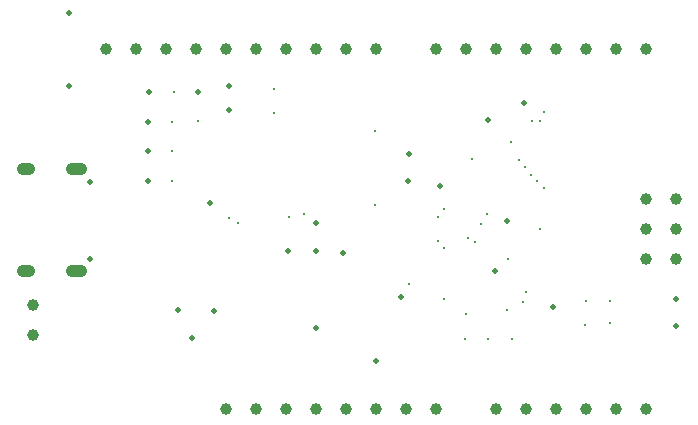
<source format=gbr>
%TF.GenerationSoftware,KiCad,Pcbnew,(5.1.2-1)-1*%
%TF.CreationDate,2019-12-21T14:34:49+05:30*%
%TF.ProjectId,Uno Panel,556e6f20-5061-46e6-956c-2e6b69636164,rev?*%
%TF.SameCoordinates,Original*%
%TF.FileFunction,Plated,1,2,PTH,Mixed*%
%TF.FilePolarity,Positive*%
%FSLAX46Y46*%
G04 Gerber Fmt 4.6, Leading zero omitted, Abs format (unit mm)*
G04 Created by KiCad (PCBNEW (5.1.2-1)-1) date 2019-12-21 14:34:49*
%MOMM*%
%LPD*%
G04 APERTURE LIST*
%TA.AperFunction,ViaDrill*%
%ADD10C,0.300000*%
%TD*%
%TA.AperFunction,ViaDrill*%
%ADD11C,0.508000*%
%TD*%
%TA.AperFunction,ComponentDrill*%
%ADD12C,1.000000*%
%TD*%
%TA.AperFunction,Slot*%
%ADD13C,1.016000*%
%TD*%
G04 APERTURE END LIST*
D10*
X25908000Y-156083000D03*
X25908000Y-158496000D03*
X25908000Y-161036000D03*
X26035000Y-153543000D03*
X28067000Y-155956000D03*
X30734000Y-164176500D03*
X31496000Y-164592000D03*
X34544000Y-153259990D03*
X34544000Y-155321000D03*
X35786998Y-164113000D03*
X37083998Y-163830002D03*
X43053000Y-156845000D03*
X43053000Y-163068000D03*
X45974000Y-169799000D03*
X48387000Y-164084000D03*
X48387000Y-166116000D03*
X48895000Y-163449000D03*
X48895000Y-166751000D03*
X48920712Y-171043288D03*
X50750000Y-174400000D03*
X50800000Y-172339000D03*
X50931707Y-165866707D03*
X51286788Y-159152212D03*
X51562000Y-166243000D03*
X52079414Y-164719000D03*
X52558414Y-163830000D03*
X52650000Y-174400000D03*
X54229000Y-171958000D03*
X54316847Y-167679153D03*
X54610000Y-157734000D03*
X54700000Y-174400000D03*
X55245000Y-159258000D03*
X55626000Y-171323000D03*
X55753000Y-159893000D03*
X55880000Y-170434000D03*
X56261000Y-160528000D03*
X56345705Y-155998295D03*
X56769000Y-161036000D03*
X57023000Y-155956000D03*
X57087198Y-165100000D03*
X57403992Y-161671000D03*
X57404000Y-155194000D03*
X60833000Y-173228000D03*
X60960000Y-171196000D03*
X62992000Y-171196000D03*
X62992000Y-173101000D03*
D11*
X17145000Y-146812000D03*
X17145000Y-153035000D03*
X18923000Y-161140011D03*
X18923000Y-167662989D03*
X23850600Y-156032200D03*
X23876000Y-158496000D03*
X23876000Y-161036000D03*
X23926800Y-153543000D03*
X26416000Y-171958000D03*
X27600000Y-174300000D03*
X28067000Y-153543000D03*
X29083000Y-162941000D03*
X29464000Y-172085000D03*
X30734000Y-153035000D03*
X30734000Y-153035000D03*
X30734000Y-155067000D03*
X35687000Y-167005000D03*
X38100000Y-164569489D03*
X38100000Y-167005000D03*
X38100000Y-173482000D03*
X40386000Y-167132000D03*
X43180000Y-176276000D03*
X45330722Y-170823278D03*
X45847000Y-161036000D03*
X45974000Y-158750000D03*
X48618496Y-161492595D03*
X52700000Y-155900000D03*
X53213000Y-168638082D03*
X54229000Y-164465000D03*
X55700000Y-154400000D03*
X58166000Y-171704000D03*
X68580000Y-171069000D03*
X68580000Y-173355000D03*
D12*
%TO.C,J5*%
X48260000Y-149860000D03*
X50800000Y-149860000D03*
X53340000Y-149860000D03*
X55880000Y-149860000D03*
X58420000Y-149860000D03*
X60960000Y-149860000D03*
X63500000Y-149860000D03*
X66040000Y-149860000D03*
%TO.C,J2*%
X66040000Y-162560000D03*
X66040000Y-165100000D03*
X66040000Y-167640000D03*
X68580000Y-162560000D03*
X68580000Y-165100000D03*
X68580000Y-167640000D03*
%TO.C,J4*%
X53340000Y-180340000D03*
X55880000Y-180340000D03*
X58420000Y-180340000D03*
X60960000Y-180340000D03*
X63500000Y-180340000D03*
X66040000Y-180340000D03*
%TO.C,J3*%
X20320000Y-149860000D03*
X22860000Y-149860000D03*
X25400000Y-149860000D03*
X27940000Y-149860000D03*
X30480000Y-149860000D03*
X33020000Y-149860000D03*
X35560000Y-149860000D03*
X38100000Y-149860000D03*
X40640000Y-149860000D03*
X43180000Y-149860000D03*
%TO.C,J6*%
X14100000Y-171500000D03*
X14100000Y-174040000D03*
%TO.C,J1*%
X30480000Y-180340000D03*
X33020000Y-180340000D03*
X35560000Y-180340000D03*
X38100000Y-180340000D03*
X40640000Y-180340000D03*
X43180000Y-180340000D03*
X45720000Y-180340000D03*
X48260000Y-180340000D03*
D13*
%TO.C,P1*%
X13260600Y-160020000D02*
X13819400Y-160020000D01*
X13260600Y-168656000D02*
X13819400Y-168656000D01*
X17477000Y-160020000D02*
X18239000Y-160020000D01*
X17477000Y-168656000D02*
X18239000Y-168656000D01*
M02*

</source>
